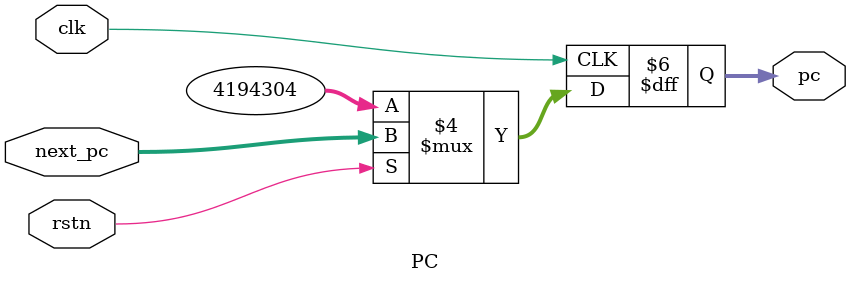
<source format=v>
module PC(
    input  wire        clk,
    input  wire        rstn,
    input  wire [31:0] next_pc,

    output reg  [31:0] pc
);
// pc
    always @(posedge clk) begin
        if (!rstn) begin
            pc <= 32'h0040_0000;
        end else begin
            pc <= next_pc;
        end
    end

endmodule

</source>
